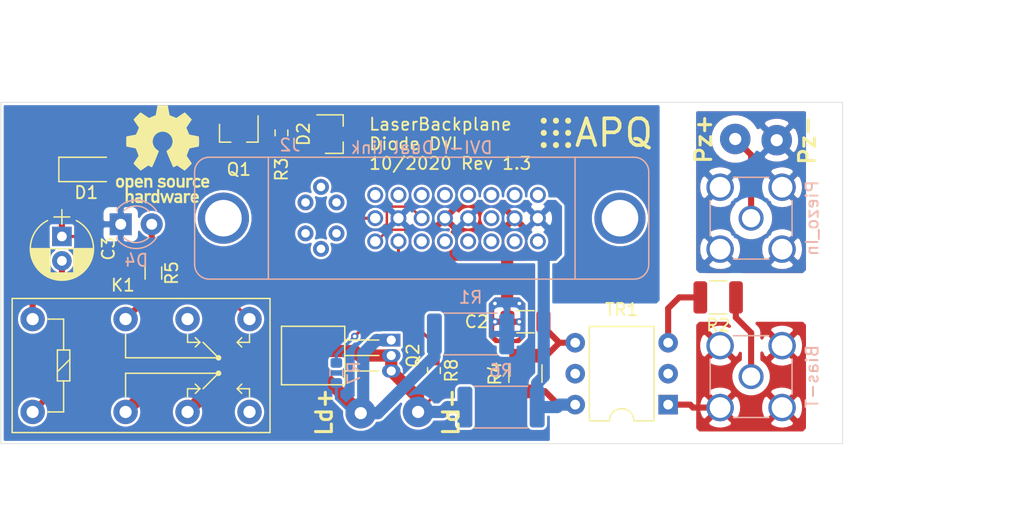
<source format=kicad_pcb>
(kicad_pcb (version 20171130) (host pcbnew 5.1.7)
  (title_block (title "Laser Backplane Diode DVI") (date 2020-10-15) (rev 1.3) (company APQ) (comment 1 "Tilman Preuschoff & Patrick Baus"))
  (layers (0 F.Cu signal) (31 B.Cu signal) (34 B.Paste user) (35 F.Paste user) (36 B.SilkS user) (37 F.SilkS user) (38 B.Mask user) (39 F.Mask user) (44 Edge.Cuts user))
  (net 0 "")
  (net 1 "Net-(C2-Pad2)")
  (net 2 LD_short+)
  (net 3 "Net-(C3-Pad2)")
  (net 4 "Net-(C3-Pad1)")
  (net 5 Relay+)
  (net 6 "Net-(D2-Pad2)")
  (net 7 LD_short-)
  (net 8 "Net-(D4-Pad2)")
  (net 9 GND)
  (net 10 "Net-(J1-Pad2)")
  (net 11 "Net-(J2-Pad2)")
  (net 12 "Net-(J2-Pad1)")
  (net 13 "Net-(J2-Pad4)")
  (net 14 "Net-(J2-Pad5)")
  (net 15 "Net-(J2-Pad7)")
  (net 16 "Net-(J2-Pad6)")
  (net 17 "Net-(J2-Pad17)")
  (net 18 "Net-(J2-Pad18)")
  (net 19 "Net-(J2-Pad20)")
  (net 20 "Net-(J2-Pad21)")
  (net 21 Relay-)
  (net 22 "Net-(J2-PadC2)")
  (net 23 "Net-(J2-PadC1)")
  (net 24 "Net-(J2-PadC3)")
  (net 25 "Net-(J2-PadC4)")
  (net 26 "Net-(K1-Pad13)")
  (net 27 "Net-(J2-PadSH)")
  (net 28 "Net-(J2-Pad3)")
  (net 29 "Net-(J2-Pad11)")
  (net 30 "Net-(J2-Pad19)")
  (net 31 "Net-(J2-Pad22)")
  (net 32 "Net-(J2-PadC5)")
  (net 33 "Net-(C2-Pad1)")
  (net 34 "Net-(J1-Pad1)")
  (net 35 "Net-(J2-Pad12)")
  (net 36 "Net-(R2-Pad2)")
  (net 37 "Net-(J5-Pad1)")
  (net 38 "Net-(J6-Pad1)")
  (net 39 "Net-(K1-Pad8)")
  (net 40 "Net-(K1-Pad11)")
  (net 41 "Net-(J2-Pad8)")
  (net 42 V_diode+)
  (net 43 V_diode-)
  (module Package_TO_SOT_THT:TO-92_Inline_Horizontal1 (layer F.Cu) (at 122 109.5 270)
    (fp_text reference Q2 (at 1.27 -1.78 270) (layer F.SilkS))
    (fp_text value 2N4401)
    (pad 1 thru_hole rect (at 0 0 270) (size 1.05 1.5) (drill 0.75) (layers *.Cu *.Mask) (net 2 LD_short+))
    (pad 3 thru_hole oval (at 2.54 0 270) (size 1.05 1.5) (drill 0.75) (layers *.Cu *.Mask) (net 7 LD_short-))
    (pad 2 thru_hole oval (at 1.27 0 270) (size 1.05 1.5) (drill 0.75) (layers *.Cu *.Mask) (net 7 LD_short-))
  )
  (module LED_THT:LED_D3.0mm_FlatTop (layer B.Cu) (at 99.822 100)
    (fp_text reference D4 (at 1.27 2.96) (layer B.SilkS) (effects (justify mirror)))
    (fp_text value Green)
    (pad 2 thru_hole circle (at 2.54 0) (size 1.8 1.8) (drill 0.9) (layers *.Cu *.Mask) (net 8 "Net-(D4-Pad2)"))
    (pad 1 thru_hole rect (at 0 0) (size 1.8 1.8) (drill 0.9) (layers *.Cu *.Mask) (net 9 GND))
  )
  (module Resistor_SMD:R_1210_3225Metric (layer F.Cu) (at 133 112.25 270)
    (fp_text reference R4 (at 0 2.5 270) (layer F.SilkS))
    (fp_text value 49.9)
    (pad 2 smd roundrect (at 1.4625 0 270) (size 1.125 2.65) (layers F.Cu F.Paste F.Mask) (roundrect_rratio 0.222222) (net 35 "Net-(J2-Pad12)"))
    (pad 1 smd roundrect (at -1.4625 0 270) (size 1.125 2.65) (layers F.Cu F.Paste F.Mask) (roundrect_rratio 0.222222) (net 1 "Net-(C2-Pad2)"))
  )
  (module Connector_Coaxial:SMA_Amphenol_901-144_Vertical (layer B.Cu) (at 151.5 112.5)
    (fp_text reference J1 hide)
    (fp_text value Bias-T (at 5 0 90) (layer B.SilkS) (effects (justify mirror)))
    (pad 2 thru_hole circle (at -2.54 -2.54) (size 2.25 2.25) (drill 1.7) (layers *.Cu *.Mask) (net 10 "Net-(J1-Pad2)"))
    (pad 2 thru_hole circle (at -2.54 2.54) (size 2.25 2.25) (drill 1.7) (layers *.Cu *.Mask) (net 10 "Net-(J1-Pad2)"))
    (pad 2 thru_hole circle (at 2.54 2.54) (size 2.25 2.25) (drill 1.7) (layers *.Cu *.Mask) (net 10 "Net-(J1-Pad2)"))
    (pad 2 thru_hole circle (at 2.54 -2.54) (size 2.25 2.25) (drill 1.7) (layers *.Cu *.Mask) (net 10 "Net-(J1-Pad2)"))
    (pad 1 thru_hole circle (at 0 0) (size 2.05 2.05) (drill 1.5) (layers *.Cu *.Mask) (net 34 "Net-(J1-Pad1)"))
  )
  (module Connector_Coaxial:SMA_Amphenol_901-144_Vertical (layer B.Cu) (at 151.5 99.5)
    (fp_text reference J7 hide)
    (fp_text value Piezo_In (at 5 0 270) (layer B.SilkS) (effects (justify mirror)))
    (pad 2 thru_hole circle (at -2.54 -2.54) (size 2.25 2.25) (drill 1.7) (layers *.Cu *.Mask) (net 38 "Net-(J6-Pad1)"))
    (pad 2 thru_hole circle (at -2.54 2.54) (size 2.25 2.25) (drill 1.7) (layers *.Cu *.Mask) (net 38 "Net-(J6-Pad1)"))
    (pad 2 thru_hole circle (at 2.54 2.54) (size 2.25 2.25) (drill 1.7) (layers *.Cu *.Mask) (net 38 "Net-(J6-Pad1)"))
    (pad 2 thru_hole circle (at 2.54 -2.54) (size 2.25 2.25) (drill 1.7) (layers *.Cu *.Mask) (net 38 "Net-(J6-Pad1)"))
    (pad 1 thru_hole circle (at 0 0) (size 2.05 2.05) (drill 1.5) (layers *.Cu *.Mask) (net 37 "Net-(J5-Pad1)"))
  )
  (module Diode_SMD:D_SOT-23_ANK (layer F.Cu) (at 117.3 92.6)
    (fp_text reference D2 (at -2.5 0 90) (layer F.SilkS))
    (fp_text value BAT54)
    (pad 1 smd rect (at 1 0) (size 0.9 0.8) (layers F.Cu F.Paste F.Mask) (net 21 Relay-))
    (pad "" smd rect (at -1 0.95) (size 0.9 0.8) (layers F.Cu F.Paste F.Mask))
    (pad 2 smd rect (at -1 -0.95) (size 0.9 0.8) (layers F.Cu F.Paste F.Mask) (net 6 "Net-(D2-Pad2)"))
  )
  (module Package_TO_SOT_SMD:SOT-23 (layer F.Cu) (at 109.5 92.5 270)
    (fp_text reference Q1 (at 3 0 180) (layer F.SilkS))
    (fp_text value MMBT3904)
    (pad 3 smd rect (at 1 0 270) (size 0.9 0.8) (layers F.Cu F.Paste F.Mask) (net 4 "Net-(C3-Pad1)"))
    (pad 2 smd rect (at -1 0.95 270) (size 0.9 0.8) (layers F.Cu F.Paste F.Mask) (net 6 "Net-(D2-Pad2)"))
    (pad 1 smd rect (at -1 -0.95 270) (size 0.9 0.8) (layers F.Cu F.Paste F.Mask) (net 21 Relay-))
  )
  (module Capacitor_SMD:C_1206_3216Metric (layer F.Cu) (at 133 108)
    (fp_text reference C2 (at -4 0 -180) (layer F.SilkS))
    (fp_text value "3.3n (C0G)")
    (pad 2 smd roundrect (at 1.475 0) (size 1.15 1.8) (layers F.Cu F.Paste F.Mask) (roundrect_rratio 0.217391) (net 1 "Net-(C2-Pad2)"))
    (pad 1 smd roundrect (at -1.475 0) (size 1.15 1.8) (layers F.Cu F.Paste F.Mask) (roundrect_rratio 0.217391) (net 33 "Net-(C2-Pad1)"))
  )
  (module Diode_SMD:D_SOD-123 (layer F.Cu) (at 97 95.5)
    (fp_text reference D1 (at 0 1.9) (layer F.SilkS))
    (fp_text value BAS21GWX)
    (pad 2 smd rect (at 1.65 0) (size 0.9 1.2) (layers F.Cu F.Paste F.Mask) (net 5 Relay+))
    (pad 1 smd rect (at -1.65 0) (size 0.9 1.2) (layers F.Cu F.Paste F.Mask) (net 4 "Net-(C3-Pad1)"))
  )
  (module Package_DIP:DIP-6_W7.62mm (layer F.Cu) (at 144.7 114.8 180)
    (fp_text reference TR1 (at 3.81 7.8) (layer F.SilkS))
    (fp_text value SWB1010)
    (pad 6 thru_hole oval (at 7.62 0 180) (size 1.6 1.6) (drill 0.8) (layers *.Cu *.Mask) (net 35 "Net-(J2-Pad12)"))
    (pad 3 thru_hole oval (at 0 5.08 180) (size 1.6 1.6) (drill 0.8) (layers *.Cu *.Mask) (net 36 "Net-(R2-Pad2)"))
    (pad 5 thru_hole oval (at 7.62 2.54 180) (size 1.6 1.6) (drill 0.8) (layers *.Cu *.Mask))
    (pad 2 thru_hole oval (at 0 2.54 180) (size 1.6 1.6) (drill 0.8) (layers *.Cu *.Mask))
    (pad 4 thru_hole oval (at 7.62 5.08 180) (size 1.6 1.6) (drill 0.8) (layers *.Cu *.Mask) (net 1 "Net-(C2-Pad2)"))
    (pad 1 thru_hole rect (at 0 0 180) (size 1.6 1.6) (drill 0.8) (layers *.Cu *.Mask) (net 10 "Net-(J1-Pad2)"))
  )
  (module Resistor_SMD:R_2512_6332Metric (layer B.Cu) (at 131 115)
    (fp_text reference R6 (at 0 -3) (layer B.SilkS) (effects (justify mirror)))
    (fp_text value "5.6 / 750 mW")
    (pad 2 smd roundrect (at 2.9625 0) (size 1.225 3.35) (layers B.Cu B.Paste B.Mask) (roundrect_rratio 0.204082) (net 35 "Net-(J2-Pad12)"))
    (pad 1 smd roundrect (at -2.9625 0) (size 1.225 3.35) (layers B.Cu B.Paste B.Mask) (roundrect_rratio 0.204082) (net 7 LD_short-))
  )
  (module Resistor_SMD:R_2512_6332Metric (layer B.Cu) (at 128.5 109)
    (fp_text reference R1 (at 0 -3) (layer B.SilkS) (effects (justify mirror)))
    (fp_text value "5.6 / 750 mW")
    (pad 2 smd roundrect (at 2.9625 0) (size 1.225 3.35) (layers B.Cu B.Paste B.Mask) (roundrect_rratio 0.204082) (net 33 "Net-(C2-Pad1)"))
    (pad 1 smd roundrect (at -2.9625 0) (size 1.225 3.35) (layers B.Cu B.Paste B.Mask) (roundrect_rratio 0.204082) (net 2 LD_short+))
  )
  (module Resistor_SMD:R_1210_3225Metric (layer F.Cu) (at 148.8 106 180)
    (fp_text reference R2 (at 0 -2.28) (layer F.SilkS))
    (fp_text value 49.9)
    (pad 2 smd roundrect (at 1.4625 0 180) (size 1.125 2.65) (layers F.Cu F.Paste F.Mask) (roundrect_rratio 0.222222) (net 36 "Net-(R2-Pad2)"))
    (pad 1 smd roundrect (at -1.4625 0 180) (size 1.125 2.65) (layers F.Cu F.Paste F.Mask) (roundrect_rratio 0.222222) (net 34 "Net-(J1-Pad1)"))
  )
  (module Resistor_SMD:R_0603_1608Metric (layer F.Cu) (at 125.5 112 270)
    (fp_text reference R8 (at 0 -1.43 90) (layer F.SilkS))
    (fp_text value 1k)
    (pad 2 smd roundrect (at 0.825 0 270) (size 0.8 0.95) (layers F.Cu F.Paste F.Mask) (net 7 LD_short-))
    (pad 1 smd roundrect (at -0.825 0 270) (size 0.8 0.95) (layers F.Cu F.Paste F.Mask) (net 43 V_diode-))
  )
  (module Resistor_SMD:R_0603_1608Metric (layer B.Cu) (at 117.5 112.2 90)
    (fp_text reference R7 (at 0 1.43 90) (layer B.SilkS) (effects (justify mirror)))
    (fp_text value 1k)
    (pad 2 smd roundrect (at 0.825 0 90) (size 0.8 0.95) (layers B.Cu B.Paste B.Mask) (net 42 V_diode+))
    (pad 1 smd roundrect (at -0.825 0 90) (size 0.8 0.95) (layers B.Cu B.Paste B.Mask) (net 2 LD_short+))
  )
  (module Resistor_SMD:R_0603_1608Metric (layer F.Cu) (at 113 92.5 90)
    (fp_text reference R3 (at -3 0 90) (layer F.SilkS))
    (fp_text value 1k)
    (pad 2 smd roundrect (at 0.825 0 90) (size 0.8 0.95) (layers F.Cu F.Paste F.Mask) (net 21 Relay-))
    (pad 1 smd roundrect (at -0.825 0 90) (size 0.8 0.95) (layers F.Cu F.Paste F.Mask) (net 4 "Net-(C3-Pad1)"))
  )
  (module Symbol:OSHW-Logo_7.5x8mm_SilkScreen (layer F.Cu) (at 103.25 94.25)
    (fp_text reference LOGO2 hide)
    (fp_text value Logo_Open_Hardware_Small hide)
  )
  (module custom:APQ-Logo_small (layer F.Cu) (at 134.5 91.5)
    (fp_text reference LOGO1 hide)
    (fp_text value Logo_APQ)
    (fp_text user APQ (at 5.75 1) (layer F.SilkS) (effects (font (size 2.2 2.2) (thickness 0.3))))
  )
  (module custom:Relay_SPDT_OMRON-G6A (layer F.Cu) (at 92.6 115.4)
    (fp_text reference K1 (at 7.4 -10.4 180) (layer F.SilkS))
    (fp_text value G6AU)
    (pad 9 thru_hole circle (at 17.78 -7.62 180) (size 2 2) (drill 1) (layers *.Cu *.Mask) (net 4 "Net-(C3-Pad1)"))
    (pad 11 thru_hole circle (at 12.7 -7.62 180) (size 2 2) (drill 1) (layers *.Cu *.Mask) (net 40 "Net-(K1-Pad11)"))
    (pad 13 thru_hole circle (at 7.62 -7.62 180) (size 2 2) (drill 1) (layers *.Cu *.Mask) (net 26 "Net-(K1-Pad13)"))
    (pad 16 thru_hole circle (at 0 -7.62 180) (size 2 2) (drill 1) (layers *.Cu *.Mask) (net 6 "Net-(D2-Pad2)"))
    (pad 8 thru_hole circle (at 17.78 0 180) (size 2 2) (drill 1) (layers *.Cu *.Mask) (net 39 "Net-(K1-Pad8)"))
    (pad 6 thru_hole circle (at 12.7 0 180) (size 2 2) (drill 1) (layers *.Cu *.Mask) (net 2 LD_short+))
    (pad 1 thru_hole circle (at 0 0 180) (size 2 2) (drill 1) (layers *.Cu *.Mask) (net 3 "Net-(C3-Pad2)"))
    (pad 4 thru_hole circle (at 7.62 0 180) (size 2 2) (drill 1) (layers *.Cu *.Mask) (net 7 LD_short-))
  )
  (module custom:DVI-I_Conn_Link_CDVI-F29VDG1-P1 (layer B.Cu) (at 124.495 99.5 180)
    (fp_text reference J2 (at 10.8 6) (layer B.SilkS) (effects (justify mirror)))
    (fp_text value DVI-I)
    (fp_text user "DVI-I Dual link" (at 0 5.785) (layer B.SilkS) (effects (justify mirror)))
    (pad C5 thru_hole circle (at 8.255 -2.518 180) (size 1.3 1.3) (drill 0.7) (layers *.Cu *.Mask) (net 32 "Net-(J2-PadC5)"))
    (pad C5 thru_hole circle (at 8.255 2.562 180) (size 1.3 1.3) (drill 0.7) (layers *.Cu *.Mask) (net 32 "Net-(J2-PadC5)"))
    (pad C4 thru_hole circle (at 9.525 -1.248 180) (size 1.3 1.3) (drill 0.7) (layers *.Cu *.Mask) (net 25 "Net-(J2-PadC4)"))
    (pad C3 thru_hole circle (at 6.985 -1.248 180) (size 1.3 1.3) (drill 0.7) (layers *.Cu *.Mask) (net 24 "Net-(J2-PadC3)"))
    (pad C1 thru_hole circle (at 6.985 1.292 180) (size 1.3 1.3) (drill 0.7) (layers *.Cu *.Mask) (net 23 "Net-(J2-PadC1)"))
    (pad C2 thru_hole circle (at 9.525 1.292 180) (size 1.3 1.3) (drill 0.7) (layers *.Cu *.Mask) (net 22 "Net-(J2-PadC2)"))
    (pad 8 thru_hole circle (at 3.81 1.905 180) (size 1.3 1.3) (drill 0.85) (layers *.Cu *.Mask) (net 41 "Net-(J2-Pad8)"))
    (pad 24 thru_hole circle (at 3.81 -1.905 180) (size 1.3 1.3) (drill 0.85) (layers *.Cu *.Mask) (net 43 V_diode-))
    (pad 23 thru_hole circle (at 1.905 -1.905 180) (size 1.3 1.3) (drill 0.85) (layers *.Cu *.Mask) (net 42 V_diode+))
    (pad 22 thru_hole circle (at 0 -1.905 180) (size 1.3 1.3) (drill 0.85) (layers *.Cu *.Mask) (net 31 "Net-(J2-Pad22)"))
    (pad 21 thru_hole circle (at -1.905 -1.905 180) (size 1.3 1.3) (drill 0.85) (layers *.Cu *.Mask) (net 20 "Net-(J2-Pad21)"))
    (pad 20 thru_hole circle (at -3.81 -1.905 180) (size 1.3 1.3) (drill 0.85) (layers *.Cu *.Mask) (net 19 "Net-(J2-Pad20)"))
    (pad 19 thru_hole circle (at -5.715 -1.905 180) (size 1.3 1.3) (drill 0.85) (layers *.Cu *.Mask) (net 30 "Net-(J2-Pad19)"))
    (pad 18 thru_hole circle (at -7.62 -1.905 180) (size 1.3 1.3) (drill 0.85) (layers *.Cu *.Mask) (net 18 "Net-(J2-Pad18)"))
    (pad 17 thru_hole circle (at -9.525 -1.905 180) (size 1.3 1.3) (drill 0.85) (layers *.Cu *.Mask) (net 17 "Net-(J2-Pad17)"))
    (pad 16 thru_hole circle (at 3.81 0 180) (size 1.3 1.3) (drill 0.85) (layers *.Cu *.Mask) (net 21 Relay-))
    (pad 15 thru_hole circle (at 1.905 0 180) (size 1.3 1.3) (drill 0.85) (layers *.Cu *.Mask) (net 9 GND))
    (pad 14 thru_hole circle (at 0 0 180) (size 1.3 1.3) (drill 0.85) (layers *.Cu *.Mask) (net 5 Relay+))
    (pad 13 thru_hole circle (at -1.905 0 180) (size 1.3 1.3) (drill 0.85) (layers *.Cu *.Mask) (net 33 "Net-(C2-Pad1)"))
    (pad 12 thru_hole circle (at -3.81 0 180) (size 1.3 1.3) (drill 0.85) (layers *.Cu *.Mask) (net 35 "Net-(J2-Pad12)"))
    (pad 11 thru_hole circle (at -5.715 0 180) (size 1.3 1.3) (drill 0.85) (layers *.Cu *.Mask) (net 29 "Net-(J2-Pad11)"))
    (pad 10 thru_hole circle (at -7.62 0 180) (size 1.3 1.3) (drill 0.85) (layers *.Cu *.Mask) (net 33 "Net-(C2-Pad1)"))
    (pad SH thru_hole circle (at -16.255 0 180) (size 4.2 4.2) (drill 3) (layers *.Cu *.Mask) (net 27 "Net-(J2-PadSH)"))
    (pad 6 thru_hole circle (at 0 1.905 180) (size 1.3 1.3) (drill 0.85) (layers *.Cu *.Mask) (net 16 "Net-(J2-Pad6)"))
    (pad 7 thru_hole circle (at 1.905 1.905 180) (size 1.3 1.3) (drill 0.85) (layers *.Cu *.Mask) (net 15 "Net-(J2-Pad7)"))
    (pad 9 thru_hole circle (at -9.525 0 180) (size 1.3 1.3) (drill 0.85) (layers *.Cu *.Mask) (net 35 "Net-(J2-Pad12)"))
    (pad 5 thru_hole circle (at -1.905 1.905 180) (size 1.3 1.3) (drill 0.85) (layers *.Cu *.Mask) (net 14 "Net-(J2-Pad5)"))
    (pad 4 thru_hole circle (at -3.81 1.905 180) (size 1.3 1.3) (drill 0.85) (layers *.Cu *.Mask) (net 13 "Net-(J2-Pad4)"))
    (pad 1 thru_hole circle (at -9.525 1.905 180) (size 1.3 1.3) (drill 0.85) (layers *.Cu *.Mask) (net 12 "Net-(J2-Pad1)"))
    (pad 2 thru_hole circle (at -7.62 1.905 180) (size 1.3 1.3) (drill 0.85) (layers *.Cu *.Mask) (net 11 "Net-(J2-Pad2)"))
    (pad 3 thru_hole circle (at -5.715 1.905 180) (size 1.3 1.3) (drill 0.85) (layers *.Cu *.Mask) (net 28 "Net-(J2-Pad3)"))
    (pad SH thru_hole circle (at 16.255 0 180) (size 4.2 4.2) (drill 3) (layers *.Cu *.Mask) (net 27 "Net-(J2-PadSH)"))
  )
  (module Capacitors_THT:CP_Radial_D5.0mm_P2.00mm (layer F.Cu) (at 95 101 270)
    (fp_text reference C3 (at 1 -3.81 90) (layer F.SilkS))
    (fp_text value 47u)
    (pad 2 thru_hole circle (at 2 0 270) (size 1.6 1.6) (drill 0.8) (layers *.Cu *.Mask) (net 3 "Net-(C3-Pad2)"))
    (pad 1 thru_hole rect (at 0 0 270) (size 1.6 1.6) (drill 0.8) (layers *.Cu *.Mask) (net 4 "Net-(C3-Pad1)"))
  )
  (module Resistors_SMD:R_0603 (layer F.Cu) (at 102.5 104 90)
    (fp_text reference R5 (at 0 1.5 270) (layer F.SilkS))
    (fp_text value 2k)
    (pad 1 smd rect (at -0.75 0 90) (size 0.5 0.9) (layers F.Cu F.Paste F.Mask) (net 26 "Net-(K1-Pad13)"))
    (pad 2 smd rect (at 0.75 0 90) (size 0.5 0.9) (layers F.Cu F.Paste F.Mask) (net 8 "Net-(D4-Pad2)"))
  )
  (module Wire_Pads:SolderWirePad_single_1mmDrill (layer F.Cu) (at 150.2 93)
    (fp_text reference J5 hide)
    (fp_text value Pz+ (at -2.6 0 270) (layer F.SilkS) (effects (font (size 1.3 1.3) (thickness 0.25))))
    (pad 1 thru_hole circle (at 0 0) (size 2.49936 2.49936) (drill 1.00076) (layers *.Cu *.Mask) (net 37 "Net-(J5-Pad1)"))
  )
  (module Wire_Pads:SolderWirePad_single_1mmDrill (layer F.Cu) (at 153.6 93.1)
    (fp_text reference J6 hide)
    (fp_text value Pz- (at 2.5 0 270) (layer F.SilkS) (effects (font (size 1.3 1.3) (thickness 0.25))))
    (pad 1 thru_hole circle (at 0 0) (size 2.49936 2.49936) (drill 1.00076) (layers *.Cu *.Mask) (net 38 "Net-(J6-Pad1)"))
  )
  (module Wire_Pads:SolderWirePad_single_1mmDrill (layer F.Cu) (at 119.5 115.5)
    (fp_text reference J3 hide)
    (fp_text value Ld+ (at -3 -0.1 90) (layer F.SilkS) (effects (font (size 1.3 1.3) (thickness 0.25))))
    (pad 1 thru_hole circle (at 0 0) (size 2.49936 2.49936) (drill 1.00076) (layers *.Cu *.Mask) (net 2 LD_short+))
  )
  (module Wire_Pads:SolderWirePad_single_1mmDrill (layer F.Cu) (at 124.2 115.4)
    (fp_text reference J4 hide)
    (fp_text value Ld- (at 2.7 0 90) (layer F.SilkS) (effects (font (size 1.3 1.3) (thickness 0.25))))
    (pad 1 thru_hole circle (at 0 0) (size 2.49936 2.49936) (drill 1.00076) (layers *.Cu *.Mask) (net 7 LD_short-))
  )
  (gr_text "LaserBackplane\nDiode DVI\n10/2020 Rev 1.3" (at 120.1 93.4) (layer F.SilkS) (effects (font (size 1 1)) (justify left)))
  (gr_line (start 90 118) (end 90 90) (layer Edge.Cuts) (width 0.05))
  (gr_line (start 159 118) (end 90 118) (layer Edge.Cuts) (width 0.05))
  (gr_line (start 159 90) (end 159 118) (layer Edge.Cuts) (width 0.05))
  (gr_line (start 90 90) (end 159 90) (layer Edge.Cuts) (width 0.05))
  (segment (start 133 110.8) (end 134.7 110.8) (width 0.5) (layer F.Cu) (net 1))
  (segment (start 135.78 109.72) (end 137.08 109.72) (width 0.5) (layer F.Cu) (net 1))
  (segment (start 134.7 110.8) (end 135.78 109.72) (width 0.5) (layer F.Cu) (net 1))
  (segment (start 134.5 108.44) (end 135.78 109.72) (width 0.5) (layer F.Cu) (net 1))
  (segment (start 134.5 108) (end 134.5 108.44) (width 0.5) (layer F.Cu) (net 1))
  (segment (start 116.6 112.6) (end 119.5 115.5) (width 1) (layer F.Cu) (net 2))
  (segment (start 108.1 112.6) (end 116.6 112.6) (width 1) (layer F.Cu) (net 2))
  (segment (start 105.3 115.4) (end 108.1 112.6) (width 1) (layer F.Cu) (net 2))
  (segment (start 119.7 115.3) (end 119.7 110.6) (width 1) (layer B.Cu) (net 2))
  (segment (start 119.5 115.5) (end 119.7 115.3) (width 1) (layer B.Cu) (net 2))
  (segment (start 119.7 110.6) (end 120.8 109.5) (width 1) (layer B.Cu) (net 2))
  (segment (start 120.8 109.5) (end 122 109.5) (width 1) (layer B.Cu) (net 2))
  (segment (start 120.9 115.5) (end 119.5 115.5) (width 1) (layer B.Cu) (net 2))
  (segment (start 125.5375 110.8625) (end 120.9 115.5) (width 1) (layer B.Cu) (net 2))
  (segment (start 125.5375 109) (end 125.5375 110.8625) (width 1) (layer B.Cu) (net 2))
  (segment (start 119.5 115.5) (end 118.7 115.5) (width 0.25) (layer B.Cu) (net 2))
  (segment (start 117.5 114.3) (end 117.5 113.025) (width 0.25) (layer B.Cu) (net 2))
  (segment (start 118.7 115.5) (end 117.5 114.3) (width 0.25) (layer B.Cu) (net 2))
  (segment (start 95 113) (end 92.6 115.4) (width 0.5) (layer F.Cu) (net 3))
  (segment (start 95 103) (end 95 113) (width 0.5) (layer F.Cu) (net 3))
  (segment (start 95 101) (end 95 98.2) (width 0.5) (layer F.Cu) (net 4))
  (segment (start 95.35 97.85) (end 95.35 95.5) (width 0.5) (layer F.Cu) (net 4))
  (segment (start 95 98.2) (end 95.35 97.85) (width 0.5) (layer F.Cu) (net 4))
  (segment (start 95.35 95.5) (end 95.35 94.05) (width 0.5) (layer F.Cu) (net 4))
  (segment (start 95.9 93.5) (end 109.5 93.5) (width 0.5) (layer F.Cu) (net 4))
  (segment (start 95.35 94.05) (end 95.9 93.5) (width 0.5) (layer F.Cu) (net 4))
  (segment (start 106.6 104) (end 110.38 107.78) (width 0.25) (layer F.Cu) (net 4))
  (segment (start 100 104) (end 106.6 104) (width 0.25) (layer F.Cu) (net 4))
  (segment (start 97 101) (end 100 104) (width 0.25) (layer F.Cu) (net 4))
  (segment (start 95 101) (end 97 101) (width 0.25) (layer F.Cu) (net 4))
  (segment (start 111.8 93.5) (end 109.5 93.5) (width 0.25) (layer F.Cu) (net 4))
  (segment (start 112.05 93.25) (end 111.8 93.5) (width 0.25) (layer F.Cu) (net 4))
  (segment (start 113 93.25) (end 112.05 93.25) (width 0.25) (layer F.Cu) (net 4))
  (segment (start 119.899759 100.450241) (end 119.950241 100.450241) (width 0.2) (layer F.Cu) (net 5))
  (segment (start 98.65 95.5) (end 109 95.5) (width 0.25) (layer F.Cu) (net 5))
  (segment (start 118.3 99.5) (end 119.250241 100.450241) (width 0.25) (layer F.Cu) (net 5))
  (segment (start 119.250241 100.450241) (end 119.950241 100.450241) (width 0.25) (layer F.Cu) (net 5))
  (segment (start 113 99.5) (end 118.3 99.5) (width 0.25) (layer F.Cu) (net 5))
  (segment (start 109 95.5) (end 113 99.5) (width 0.25) (layer F.Cu) (net 5))
  (segment (start 121.149759 100.450241) (end 119.950241 100.450241) (width 0.2) (layer F.Cu) (net 5))
  (segment (start 121.64 99.96) (end 121.149759 100.450241) (width 0.2) (layer F.Cu) (net 5))
  (segment (start 121.64 98.96) (end 121.64 99.96) (width 0.2) (layer F.Cu) (net 5))
  (segment (start 123.55 98.55) (end 122.05 98.55) (width 0.2) (layer F.Cu) (net 5))
  (segment (start 122.05 98.55) (end 121.64 98.96) (width 0.2) (layer F.Cu) (net 5))
  (segment (start 124.495 99.495) (end 123.55 98.55) (width 0.2) (layer F.Cu) (net 5))
  (segment (start 124.495 99.5) (end 124.495 99.495) (width 0.2) (layer F.Cu) (net 5))
  (segment (start 116.3 91.65) (end 115.25 91.65) (width 0.25) (layer F.Cu) (net 6))
  (segment (start 115.25 91.65) (end 114.2 90.6) (width 0.25) (layer F.Cu) (net 6))
  (segment (start 109.45 90.6) (end 108.55 91.5) (width 0.25) (layer F.Cu) (net 6))
  (segment (start 114.2 90.6) (end 109.45 90.6) (width 0.25) (layer F.Cu) (net 6))
  (segment (start 92.6 94.1) (end 92.6 107.78) (width 0.5) (layer F.Cu) (net 6))
  (segment (start 95.2 91.5) (end 92.6 94.1) (width 0.5) (layer F.Cu) (net 6))
  (segment (start 108.55 91.5) (end 95.2 91.5) (width 0.5) (layer F.Cu) (net 6))
  (segment (start 124.2 114.24) (end 122 112.04) (width 1) (layer F.Cu) (net 7))
  (segment (start 124.2 115.4) (end 124.2 114.24) (width 1) (layer F.Cu) (net 7))
  (segment (start 122 110.77) (end 122 112.04) (width 1) (layer F.Cu) (net 7))
  (segment (start 124.2 115.4) (end 126.2 115.4) (width 1) (layer B.Cu) (net 7))
  (segment (start 126.2 115.4) (end 126.6 115) (width 1) (layer B.Cu) (net 7))
  (segment (start 105.220001 110.399999) (end 100.22 115.4) (width 1) (layer F.Cu) (net 7))
  (segment (start 118.999999 110.399999) (end 105.220001 110.399999) (width 1) (layer F.Cu) (net 7))
  (segment (start 119.37 110.77) (end 118.999999 110.399999) (width 1) (layer F.Cu) (net 7))
  (segment (start 122 110.77) (end 119.37 110.77) (width 1) (layer F.Cu) (net 7))
  (segment (start 126.6 115) (end 128.0375 115) (width 1) (layer B.Cu) (net 7))
  (segment (start 125.5 114.1) (end 124.2 115.4) (width 0.25) (layer F.Cu) (net 7))
  (segment (start 125.5 112.825) (end 125.5 114.1) (width 0.25) (layer F.Cu) (net 7))
  (segment (start 102.5 103.25) (end 102.5 101.6) (width 0.5) (layer F.Cu) (net 8))
  (segment (start 102.5 101.6) (end 102.362 101.462) (width 0.5) (layer F.Cu) (net 8))
  (segment (start 102.362 101.462) (end 102.362 99.5) (width 0.5) (layer F.Cu) (net 8))
  (segment (start 144.7 114.8) (end 146.5 114.8) (width 0.5) (layer F.Cu) (net 10))
  (segment (start 146.74 115.04) (end 148.96 115.04) (width 0.5) (layer F.Cu) (net 10))
  (segment (start 146.5 114.8) (end 146.74 115.04) (width 0.5) (layer F.Cu) (net 10))
  (segment (start 118.3 95.205) (end 118.3 95) (width 0.25) (layer F.Cu) (net 21))
  (segment (start 118.3 95) (end 118.3 92.6) (width 0.25) (layer F.Cu) (net 21))
  (segment (start 118.3 92.6) (end 118.3 96.6) (width 0.25) (layer F.Cu) (net 21))
  (segment (start 119.1 98.9) (end 119.7 99.5) (width 0.25) (layer F.Cu) (net 21))
  (segment (start 119.7 99.5) (end 120.685 99.5) (width 0.25) (layer F.Cu) (net 21))
  (segment (start 119.1 97.4) (end 119.1 98.9) (width 0.25) (layer F.Cu) (net 21))
  (segment (start 118.3 96.6) (end 119.1 97.4) (width 0.25) (layer F.Cu) (net 21))
  (segment (start 110.45 91.5) (end 111.8 91.5) (width 0.25) (layer F.Cu) (net 21))
  (segment (start 112.05 91.75) (end 113 91.75) (width 0.25) (layer F.Cu) (net 21))
  (segment (start 111.8 91.5) (end 112.05 91.75) (width 0.25) (layer F.Cu) (net 21))
  (segment (start 113 91.75) (end 114.15 91.75) (width 0.25) (layer F.Cu) (net 21))
  (segment (start 115 92.6) (end 118.3 92.6) (width 0.25) (layer F.Cu) (net 21))
  (segment (start 114.15 91.75) (end 115 92.6) (width 0.25) (layer F.Cu) (net 21))
  (segment (start 102.5 105.5) (end 100.22 107.78) (width 0.5) (layer F.Cu) (net 26))
  (segment (start 102.5 104.75) (end 102.5 105.5) (width 0.5) (layer F.Cu) (net 26))
  (via (at 132.5 108) (size 0.6) (drill 0.3) (layers F.Cu B.Cu) (net 33))
  (via (at 130.5 108) (size 0.6) (drill 0.3) (layers F.Cu B.Cu) (net 33))
  (via (at 130.5 106.5) (size 0.6) (drill 0.3) (layers F.Cu B.Cu) (net 33))
  (via (at 132.5 106.5) (size 0.6) (drill 0.3) (layers F.Cu B.Cu) (net 33))
  (segment (start 131.5 108) (end 131.5 106) (width 0.5) (layer F.Cu) (net 33))
  (segment (start 131.5 106) (end 131.5 103) (width 1) (layer F.Cu) (net 33))
  (segment (start 131.5 103) (end 131.5 102.75) (width 0.5) (layer F.Cu) (net 33))
  (segment (start 150.25 106) (end 150.25 107.65) (width 0.5) (layer F.Cu) (net 34))
  (segment (start 151.5 108.9) (end 151.5 112.5) (width 0.5) (layer F.Cu) (net 34))
  (segment (start 150.25 107.65) (end 151.5 108.9) (width 0.5) (layer F.Cu) (net 34))
  (segment (start 137.08 114.8) (end 135.8 114.8) (width 1) (layer B.Cu) (net 35))
  (segment (start 135.8 114.8) (end 135.6 115) (width 1) (layer B.Cu) (net 35))
  (segment (start 135.7 114.8) (end 137.08 114.8) (width 0.5) (layer F.Cu) (net 35))
  (segment (start 134.6 113.7) (end 135.7 114.8) (width 0.5) (layer F.Cu) (net 35))
  (segment (start 133 113.7) (end 134.6 113.7) (width 0.5) (layer F.Cu) (net 35))
  (segment (start 134.5 112.5) (end 134.5 103) (width 1) (layer B.Cu) (net 35))
  (segment (start 134.5 103) (end 134.5 102.75) (width 0.5) (layer B.Cu) (net 35))
  (segment (start 133.9625 115) (end 135.6 115) (width 1) (layer B.Cu) (net 35))
  (segment (start 133.9625 113.0375) (end 134.5 112.5) (width 1) (layer B.Cu) (net 35))
  (segment (start 133.9625 115) (end 133.9625 113.0375) (width 1) (layer B.Cu) (net 35))
  (segment (start 144.7 106.9) (end 145.6 106) (width 0.5) (layer F.Cu) (net 36))
  (segment (start 147.35 106) (end 145.6 106) (width 0.5) (layer F.Cu) (net 36))
  (segment (start 144.7 109.72) (end 144.7 106.9) (width 0.5) (layer F.Cu) (net 36))
  (segment (start 151.5 94.3) (end 150.2 93) (width 0.5) (layer F.Cu) (net 37))
  (segment (start 151.5 99.5) (end 151.5 94.3) (width 0.5) (layer F.Cu) (net 37))
  (via (at 119 109.2) (size 0.6) (drill 0.3) (layers F.Cu B.Cu) (net 42))
  (segment (start 122.59 105.61) (end 119 109.2) (width 0.25) (layer F.Cu) (net 42))
  (segment (start 118.6 109.6) (end 119 109.2) (width 0.25) (layer B.Cu) (net 42))
  (segment (start 122.59 101.405) (end 122.59 105.61) (width 0.25) (layer F.Cu) (net 42))
  (segment (start 117.5 110.7) (end 118.6 109.6) (width 0.25) (layer B.Cu) (net 42))
  (segment (start 117.5 111.375) (end 117.5 110.7) (width 0.25) (layer B.Cu) (net 42))
  (segment (start 123.1 100.45) (end 123.54 100.89) (width 0.2) (layer F.Cu) (net 43))
  (segment (start 121.75 100.45) (end 123.1 100.45) (width 0.2) (layer F.Cu) (net 43))
  (segment (start 120.795 101.405) (end 121.75 100.45) (width 0.2) (layer F.Cu) (net 43))
  (segment (start 120.685 101.405) (end 120.795 101.405) (width 0.2) (layer F.Cu) (net 43))
  (segment (start 123.54 100.89) (end 123.54 102.54) (width 0.2) (layer F.Cu) (net 43))
  (segment (start 125.5 109.8) (end 123.54 107.84) (width 0.25) (layer F.Cu) (net 43))
  (segment (start 125.5 111.175) (end 125.5 109.8) (width 0.25) (layer F.Cu) (net 43))
  (segment (start 123.54 107.84) (end 123.54 102.54) (width 0.25) (layer F.Cu) (net 43))
  (zone (net 9) (net_name GND) (layer B.Cu) (connect_pads (clearance 0.2)) (min_thickness 0.2) (fill yes (arc_segments 32) (thermal_gap 0.508) (thermal_bridge_width 0.508) (smoothing chamfer) (radius 0.25))
    (polygon (pts (xy 90 90) (xy 90 118) (xy 135 118) (xy 135 106.5) (xy 144 106.5) (xy 144 90)))
  )
  (zone (net 38) (net_name "Net-(J6-Pad1)") (layer F.Cu) (connect_pads (clearance 0.7)) (min_thickness 0.254) (fill yes (arc_segments 32) (thermal_gap 0.508) (thermal_bridge_width 0.508) (smoothing chamfer) (radius 0.25))
    (polygon (pts (xy 147 90.5) (xy 156 90.5) (xy 156 104) (xy 147 104)))
  )
  (zone (net 38) (net_name "Net-(J6-Pad1)") (layer B.Cu) (connect_pads (clearance 0.7)) (min_thickness 0.254) (fill yes (arc_segments 32) (thermal_gap 0.508) (thermal_bridge_width 0.508) (smoothing chamfer) (radius 0.25))
    (polygon (pts (xy 156 104) (xy 147 104) (xy 147 90.5) (xy 156 90.5)))
  )
  (zone (net 10) (net_name "Net-(J1-Pad2)") (layer F.Cu) (connect_pads (clearance 0.508)) (min_thickness 0.254) (fill yes (arc_segments 32) (thermal_gap 0.508) (thermal_bridge_width 0.508) (smoothing chamfer) (radius 0.25))
    (polygon (pts (xy 156 108) (xy 156 117) (xy 147 117) (xy 147 108)))
  )
  (zone (net 33) (net_name "Net-(C2-Pad1)") (layer F.Cu) (priority 2) (connect_pads (clearance 0.2)) (min_thickness 0.2) (fill yes (arc_segments 32) (thermal_gap 0.508) (thermal_bridge_width 0.508) (smoothing chamfer) (radius 0.5))
    (polygon (pts (xy 133.5 99.5) (xy 133.5 103) (xy 125 103) (xy 125 99.5) (xy 126.5 98) (xy 132 98)))
  )
  (zone (net 35) (net_name "Net-(J2-Pad12)") (layer B.Cu) (priority 2) (connect_pads (clearance 0.2)) (min_thickness 0.2) (fill yes (arc_segments 32) (thermal_gap 0.508) (thermal_bridge_width 0.508) (smoothing chamfer) (radius 0.5))
    (polygon (pts (xy 136 103) (xy 127 103) (xy 127 99.5) (xy 128.5 98) (xy 136 98)))
  )
  (zone (net 33) (net_name "Net-(C2-Pad1)") (layer F.Cu) (priority 2) (connect_pads (clearance 0.2)) (min_thickness 0.2) (fill yes (arc_segments 32) (thermal_gap 0.508) (thermal_bridge_width 0.508) (smoothing chamfer) (radius 0.5))
    (polygon (pts (xy 133 106) (xy 133 109.75) (xy 130 109.75) (xy 130 106)))
  )
  (zone (net 33) (net_name "Net-(C2-Pad1)") (layer B.Cu) (priority 2) (connect_pads (clearance 0.2)) (min_thickness 0.2) (fill yes (arc_segments 32) (thermal_gap 0.508) (thermal_bridge_width 0.508) (smoothing chamfer) (radius 0.5))
    (polygon (pts (xy 133 106) (xy 133 109.75) (xy 130 109.75) (xy 130 106)))
  )
)
</source>
